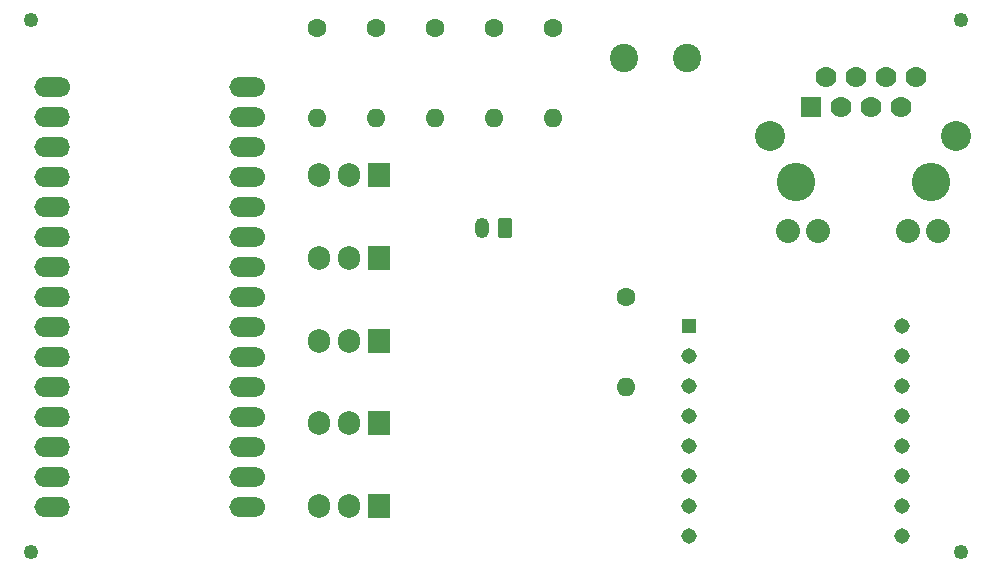
<source format=gbr>
%TF.GenerationSoftware,KiCad,Pcbnew,(6.0.6)*%
%TF.CreationDate,2022-06-23T08:54:45-07:00*%
%TF.ProjectId,KnightPCB,4b6e6967-6874-4504-9342-2e6b69636164,rev?*%
%TF.SameCoordinates,Original*%
%TF.FileFunction,Soldermask,Top*%
%TF.FilePolarity,Negative*%
%FSLAX46Y46*%
G04 Gerber Fmt 4.6, Leading zero omitted, Abs format (unit mm)*
G04 Created by KiCad (PCBNEW (6.0.6)) date 2022-06-23 08:54:45*
%MOMM*%
%LPD*%
G01*
G04 APERTURE LIST*
G04 Aperture macros list*
%AMRoundRect*
0 Rectangle with rounded corners*
0 $1 Rounding radius*
0 $2 $3 $4 $5 $6 $7 $8 $9 X,Y pos of 4 corners*
0 Add a 4 corners polygon primitive as box body*
4,1,4,$2,$3,$4,$5,$6,$7,$8,$9,$2,$3,0*
0 Add four circle primitives for the rounded corners*
1,1,$1+$1,$2,$3*
1,1,$1+$1,$4,$5*
1,1,$1+$1,$6,$7*
1,1,$1+$1,$8,$9*
0 Add four rect primitives between the rounded corners*
20,1,$1+$1,$2,$3,$4,$5,0*
20,1,$1+$1,$4,$5,$6,$7,0*
20,1,$1+$1,$6,$7,$8,$9,0*
20,1,$1+$1,$8,$9,$2,$3,0*%
G04 Aperture macros list end*
%ADD10C,1.600000*%
%ADD11O,1.600000X1.600000*%
%ADD12R,1.308000X1.308000*%
%ADD13C,1.308000*%
%ADD14R,1.905000X2.000000*%
%ADD15O,1.905000X2.000000*%
%ADD16C,1.250000*%
%ADD17C,3.251200*%
%ADD18R,1.778000X1.778000*%
%ADD19C,1.778000*%
%ADD20C,2.032000*%
%ADD21C,2.540000*%
%ADD22C,2.400000*%
%ADD23C,1.700000*%
%ADD24O,3.000000X1.700000*%
%ADD25O,1.700000X1.700000*%
%ADD26RoundRect,0.250000X0.350000X0.625000X-0.350000X0.625000X-0.350000X-0.625000X0.350000X-0.625000X0*%
%ADD27O,1.200000X1.750000*%
G04 APERTURE END LIST*
D10*
%TO.C,R10*%
X107750000Y-59380000D03*
D11*
X107750000Y-67000000D03*
%TD*%
D10*
%TO.C,R2*%
X96567500Y-36615000D03*
D11*
X96567500Y-44235000D03*
%TD*%
D12*
%TO.C,U1*%
X113015500Y-61910000D03*
D13*
X113015500Y-64450000D03*
X113015500Y-66990000D03*
X113015500Y-69530000D03*
X113015500Y-72070000D03*
X113015500Y-74610000D03*
X113015500Y-77150000D03*
X113015500Y-79690000D03*
X131049500Y-79690000D03*
X131049500Y-77150000D03*
X131049500Y-74610000D03*
X131049500Y-72070000D03*
X131049500Y-69530000D03*
X131049500Y-66990000D03*
X131049500Y-64450000D03*
X131049500Y-61910000D03*
%TD*%
D14*
%TO.C,Q1*%
X86800000Y-77105000D03*
D15*
X84260000Y-77105000D03*
X81720000Y-77105000D03*
%TD*%
D10*
%TO.C,R3*%
X91567500Y-36615000D03*
D11*
X91567500Y-44235000D03*
%TD*%
D10*
%TO.C,R4*%
X86567500Y-36615000D03*
D11*
X86567500Y-44235000D03*
%TD*%
D16*
%TO.C,H1*%
X57350000Y-36000000D03*
%TD*%
D17*
%TO.C,J1*%
X133510000Y-49705000D03*
X122080000Y-49705000D03*
D18*
X123350000Y-43355000D03*
D19*
X124620000Y-40815000D03*
X125890000Y-43355000D03*
X127160000Y-40815000D03*
X128430000Y-43355000D03*
X129700000Y-40815000D03*
X130970000Y-43355000D03*
X132240000Y-40815000D03*
D20*
X134094200Y-53819800D03*
X131579600Y-53819800D03*
X123985000Y-53819800D03*
X121470400Y-53819800D03*
D21*
X135669000Y-45818800D03*
X119921000Y-45818800D03*
%TD*%
D10*
%TO.C,R5*%
X81567500Y-36615000D03*
D11*
X81567500Y-44235000D03*
%TD*%
D14*
%TO.C,Q5*%
X86800000Y-49105000D03*
D15*
X84260000Y-49105000D03*
X81720000Y-49105000D03*
%TD*%
D16*
%TO.C,H4*%
X136050000Y-81000000D03*
%TD*%
D14*
%TO.C,Q3*%
X86800000Y-63105000D03*
D15*
X84260000Y-63105000D03*
X81720000Y-63105000D03*
%TD*%
D10*
%TO.C,R1*%
X101567500Y-36615000D03*
D11*
X101567500Y-44235000D03*
%TD*%
D22*
%TO.C,SW1*%
X112850000Y-39200000D03*
X107550000Y-39200000D03*
%TD*%
D23*
%TO.C,A1*%
X76290000Y-77205000D03*
X75020000Y-77205000D03*
D24*
X75655000Y-77205000D03*
D25*
X75020000Y-74665000D03*
D24*
X75655000Y-74665000D03*
D23*
X76290000Y-74665000D03*
D25*
X75020000Y-72125000D03*
D24*
X75655000Y-72125000D03*
D23*
X76290000Y-72125000D03*
D25*
X75020000Y-69585000D03*
D23*
X76290000Y-69585000D03*
D24*
X75655000Y-69585000D03*
X75655000Y-67045000D03*
D25*
X75020000Y-67045000D03*
D23*
X76290000Y-67045000D03*
D25*
X75020000Y-64505000D03*
D23*
X76290000Y-64505000D03*
D24*
X75655000Y-64505000D03*
D25*
X75020000Y-61965000D03*
D24*
X75655000Y-61965000D03*
D23*
X76290000Y-61965000D03*
D25*
X75020000Y-59425000D03*
D23*
X76290000Y-59425000D03*
D24*
X75655000Y-59425000D03*
X75655000Y-56885000D03*
D23*
X76290000Y-56885000D03*
D25*
X75020000Y-56885000D03*
X75020000Y-54345000D03*
D24*
X75655000Y-54345000D03*
D23*
X76290000Y-54345000D03*
D25*
X75020000Y-51805000D03*
D24*
X75655000Y-51805000D03*
D23*
X76290000Y-51805000D03*
X76290000Y-49265000D03*
D24*
X75655000Y-49265000D03*
D25*
X75020000Y-49265000D03*
X75020000Y-46725000D03*
D24*
X75655000Y-46725000D03*
D23*
X76290000Y-46725000D03*
D24*
X75655000Y-44185000D03*
D25*
X75020000Y-44185000D03*
D23*
X76290000Y-44185000D03*
X76290000Y-41645000D03*
D25*
X75020000Y-41645000D03*
D24*
X75655000Y-41645000D03*
X59145000Y-41645000D03*
D23*
X58510000Y-41645000D03*
X59780000Y-41645000D03*
X58510000Y-44185000D03*
D24*
X59145000Y-44185000D03*
D25*
X59780000Y-44185000D03*
D24*
X59145000Y-46725000D03*
D23*
X58510000Y-46725000D03*
D25*
X59780000Y-46725000D03*
D23*
X58510000Y-49265000D03*
D24*
X59145000Y-49265000D03*
D25*
X59780000Y-49265000D03*
D23*
X58510000Y-51805000D03*
D25*
X59780000Y-51805000D03*
D24*
X59145000Y-51805000D03*
D23*
X58510000Y-54345000D03*
D25*
X59780000Y-54345000D03*
D24*
X59145000Y-54345000D03*
X59145000Y-56885000D03*
D25*
X59780000Y-56885000D03*
D23*
X58510000Y-56885000D03*
D24*
X59145000Y-59425000D03*
D23*
X58510000Y-59425000D03*
D25*
X59780000Y-59425000D03*
D24*
X59145000Y-61965000D03*
D25*
X59780000Y-61965000D03*
D23*
X58510000Y-61965000D03*
X58510000Y-64505000D03*
D25*
X59780000Y-64505000D03*
D24*
X59145000Y-64505000D03*
D23*
X58510000Y-67045000D03*
D24*
X59145000Y-67045000D03*
D25*
X59780000Y-67045000D03*
X59780000Y-69585000D03*
D23*
X58510000Y-69585000D03*
D24*
X59145000Y-69585000D03*
X59145000Y-72125000D03*
D23*
X58510000Y-72125000D03*
D25*
X59780000Y-72125000D03*
D23*
X58510000Y-74665000D03*
D25*
X59780000Y-74665000D03*
D24*
X59145000Y-74665000D03*
D25*
X59780000Y-77205000D03*
D23*
X58510000Y-77205000D03*
D24*
X59145000Y-77205000D03*
%TD*%
D14*
%TO.C,Q4*%
X86800000Y-56105000D03*
D15*
X84260000Y-56105000D03*
X81720000Y-56105000D03*
%TD*%
D16*
%TO.C,H2*%
X136050000Y-36000000D03*
%TD*%
D14*
%TO.C,Q2*%
X86800000Y-70105000D03*
D15*
X84260000Y-70105000D03*
X81720000Y-70105000D03*
%TD*%
D16*
%TO.C,H3*%
X57350000Y-81000000D03*
%TD*%
D26*
%TO.C,J0+12v1*%
X97500000Y-53600000D03*
D27*
X95500000Y-53600000D03*
%TD*%
M02*

</source>
